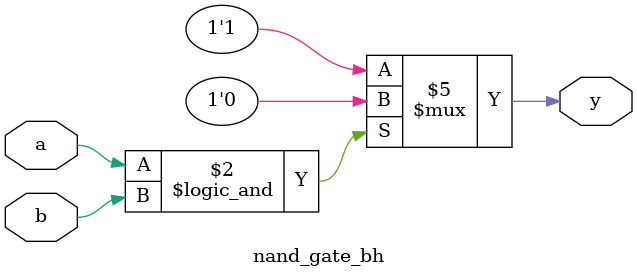
<source format=v>

module nand_gate_bh(input a,b,output reg y); // define module to test run
	always @ (*) begin
	if ( ~(a&&b))
		y=1;
	else
		y=0;
	end
endmodule

</source>
